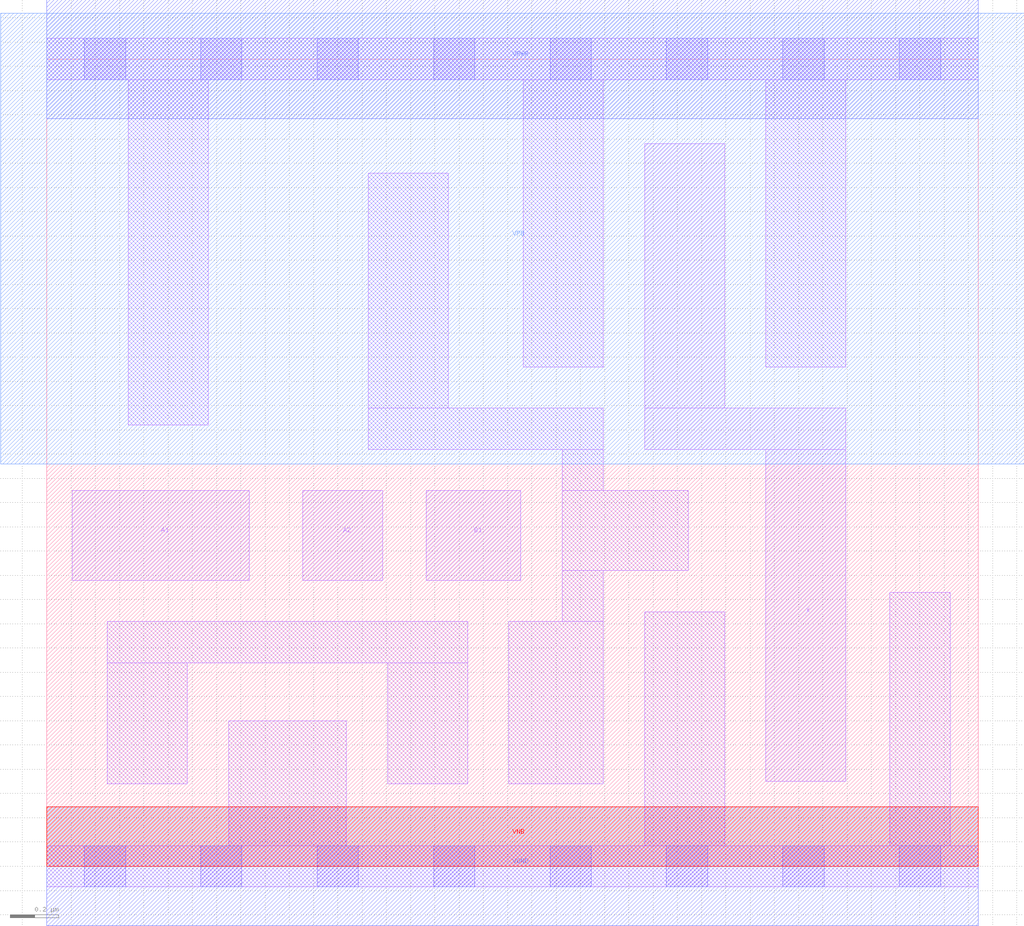
<source format=lef>
# Copyright 2020 The SkyWater PDK Authors
#
# Licensed under the Apache License, Version 2.0 (the "License");
# you may not use this file except in compliance with the License.
# You may obtain a copy of the License at
#
#     https://www.apache.org/licenses/LICENSE-2.0
#
# Unless required by applicable law or agreed to in writing, software
# distributed under the License is distributed on an "AS IS" BASIS,
# WITHOUT WARRANTIES OR CONDITIONS OF ANY KIND, either express or implied.
# See the License for the specific language governing permissions and
# limitations under the License.
#
# SPDX-License-Identifier: Apache-2.0

VERSION 5.7 ;
  NOWIREEXTENSIONATPIN ON ;
  DIVIDERCHAR "/" ;
  BUSBITCHARS "[]" ;
MACRO sky130_fd_sc_ms__o21a_2
  CLASS CORE ;
  FOREIGN sky130_fd_sc_ms__o21a_2 ;
  ORIGIN  0.000000  0.000000 ;
  SIZE  3.840000 BY  3.330000 ;
  SYMMETRY X Y ;
  SITE unit ;
  PIN A1
    ANTENNAGATEAREA  0.291000 ;
    DIRECTION INPUT ;
    USE SIGNAL ;
    PORT
      LAYER li1 ;
        RECT 0.105000 1.180000 0.835000 1.550000 ;
    END
  END A1
  PIN A2
    ANTENNAGATEAREA  0.291000 ;
    DIRECTION INPUT ;
    USE SIGNAL ;
    PORT
      LAYER li1 ;
        RECT 1.055000 1.180000 1.385000 1.550000 ;
    END
  END A2
  PIN B1
    ANTENNAGATEAREA  0.291000 ;
    DIRECTION INPUT ;
    USE SIGNAL ;
    PORT
      LAYER li1 ;
        RECT 1.565000 1.180000 1.955000 1.550000 ;
    END
  END B1
  PIN X
    ANTENNADIFFAREA  0.509600 ;
    DIRECTION OUTPUT ;
    USE SIGNAL ;
    PORT
      LAYER li1 ;
        RECT 2.465000 1.720000 3.295000 1.890000 ;
        RECT 2.465000 1.890000 2.795000 2.980000 ;
        RECT 2.965000 0.350000 3.295000 1.720000 ;
    END
  END X
  PIN VGND
    DIRECTION INOUT ;
    USE GROUND ;
    PORT
      LAYER met1 ;
        RECT 0.000000 -0.245000 3.840000 0.245000 ;
    END
  END VGND
  PIN VNB
    DIRECTION INOUT ;
    USE GROUND ;
    PORT
      LAYER pwell ;
        RECT 0.000000 0.000000 3.840000 0.245000 ;
    END
  END VNB
  PIN VPB
    DIRECTION INOUT ;
    USE POWER ;
    PORT
      LAYER nwell ;
        RECT -0.190000 1.660000 4.030000 3.520000 ;
    END
  END VPB
  PIN VPWR
    DIRECTION INOUT ;
    USE POWER ;
    PORT
      LAYER met1 ;
        RECT 0.000000 3.085000 3.840000 3.575000 ;
    END
  END VPWR
  OBS
    LAYER li1 ;
      RECT 0.000000 -0.085000 3.840000 0.085000 ;
      RECT 0.000000  3.245000 3.840000 3.415000 ;
      RECT 0.250000  0.340000 0.580000 0.840000 ;
      RECT 0.250000  0.840000 1.735000 1.010000 ;
      RECT 0.335000  1.820000 0.665000 3.245000 ;
      RECT 0.750000  0.085000 1.235000 0.600000 ;
      RECT 1.325000  1.720000 2.295000 1.890000 ;
      RECT 1.325000  1.890000 1.655000 2.860000 ;
      RECT 1.405000  0.340000 1.735000 0.840000 ;
      RECT 1.905000  0.340000 2.295000 1.010000 ;
      RECT 1.965000  2.060000 2.295000 3.245000 ;
      RECT 2.125000  1.010000 2.295000 1.220000 ;
      RECT 2.125000  1.220000 2.645000 1.550000 ;
      RECT 2.125000  1.550000 2.295000 1.720000 ;
      RECT 2.465000  0.085000 2.795000 1.050000 ;
      RECT 2.965000  2.060000 3.295000 3.245000 ;
      RECT 3.475000  0.085000 3.725000 1.130000 ;
    LAYER mcon ;
      RECT 0.155000 -0.085000 0.325000 0.085000 ;
      RECT 0.155000  3.245000 0.325000 3.415000 ;
      RECT 0.635000 -0.085000 0.805000 0.085000 ;
      RECT 0.635000  3.245000 0.805000 3.415000 ;
      RECT 1.115000 -0.085000 1.285000 0.085000 ;
      RECT 1.115000  3.245000 1.285000 3.415000 ;
      RECT 1.595000 -0.085000 1.765000 0.085000 ;
      RECT 1.595000  3.245000 1.765000 3.415000 ;
      RECT 2.075000 -0.085000 2.245000 0.085000 ;
      RECT 2.075000  3.245000 2.245000 3.415000 ;
      RECT 2.555000 -0.085000 2.725000 0.085000 ;
      RECT 2.555000  3.245000 2.725000 3.415000 ;
      RECT 3.035000 -0.085000 3.205000 0.085000 ;
      RECT 3.035000  3.245000 3.205000 3.415000 ;
      RECT 3.515000 -0.085000 3.685000 0.085000 ;
      RECT 3.515000  3.245000 3.685000 3.415000 ;
  END
END sky130_fd_sc_ms__o21a_2
END LIBRARY

</source>
